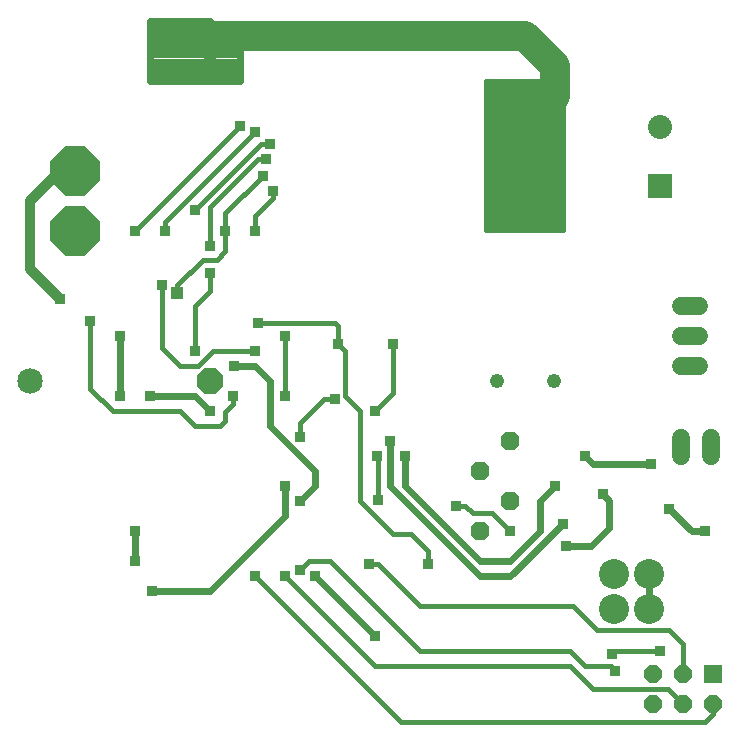
<source format=gbl>
G75*
G70*
%OFA0B0*%
%FSLAX24Y24*%
%IPPOS*%
%LPD*%
%AMOC8*
5,1,8,0,0,1.08239X$1,22.5*
%
%ADD10C,0.0480*%
%ADD11OC8,0.0630*%
%ADD12C,0.1000*%
%ADD13C,0.0600*%
%ADD14R,0.0600X0.0600*%
%ADD15OC8,0.0600*%
%ADD16C,0.0850*%
%ADD17OC8,0.0850*%
%ADD18OC8,0.1640*%
%ADD19R,0.0800X0.0800*%
%ADD20C,0.0800*%
%ADD21R,0.0360X0.0360*%
%ADD22C,0.0240*%
%ADD23C,0.0160*%
%ADD24C,0.0320*%
%ADD25R,0.0396X0.0396*%
%ADD26C,0.0360*%
%ADD27C,0.0120*%
%ADD28C,0.1000*%
%ADD29C,0.0660*%
D10*
X019947Y012282D03*
X021847Y012282D03*
D11*
X020397Y010282D03*
X019397Y009282D03*
X020397Y008282D03*
X019397Y007282D03*
D12*
X023847Y005876D03*
X025028Y005876D03*
X025028Y004695D03*
X023847Y004695D03*
D13*
X026097Y009782D02*
X026097Y010382D01*
X027097Y010382D02*
X027097Y009782D01*
X026697Y012782D02*
X026097Y012782D01*
X026097Y013782D02*
X026697Y013782D01*
X026697Y014782D02*
X026097Y014782D01*
D14*
X027147Y002532D03*
D15*
X026147Y002532D03*
X026147Y001532D03*
X027147Y001532D03*
X025147Y001532D03*
X025147Y002532D03*
D16*
X004397Y012282D03*
D17*
X010397Y012282D03*
D18*
X005897Y017282D03*
X005897Y019282D03*
D19*
X025397Y018782D03*
D20*
X025397Y020751D03*
D21*
X007897Y006282D03*
X007897Y007282D03*
X008447Y005282D03*
X011897Y005782D03*
X012897Y005782D03*
X013397Y005982D03*
X013897Y005782D03*
X015697Y006182D03*
X017647Y006182D03*
X018597Y008132D03*
X020397Y007282D03*
X022147Y007532D03*
X022247Y006782D03*
X023497Y008532D03*
X022897Y009782D03*
X021897Y008782D03*
X025097Y009532D03*
X025697Y008032D03*
X026897Y007282D03*
X025397Y003282D03*
X023797Y003182D03*
X023897Y002624D03*
X015997Y008332D03*
X015947Y009782D03*
X016397Y010282D03*
X016897Y009782D03*
X015897Y011282D03*
X014547Y011682D03*
X013397Y010432D03*
X012897Y011782D03*
X011147Y011782D03*
X010397Y011282D03*
X011197Y012782D03*
X011897Y013282D03*
X012897Y013782D03*
X011997Y014232D03*
X010397Y015882D03*
X010397Y016782D03*
X010897Y017282D03*
X011897Y017282D03*
X012497Y018632D03*
X012147Y019132D03*
X012247Y019682D03*
X012397Y020182D03*
X011897Y020582D03*
X011397Y020782D03*
X009897Y017982D03*
X008897Y017282D03*
X007897Y017282D03*
X008797Y015482D03*
X007397Y013782D03*
X006397Y014282D03*
X005397Y015032D03*
X007397Y011782D03*
X008397Y011782D03*
X009897Y013282D03*
X014647Y013532D03*
X016497Y013532D03*
X012897Y008782D03*
X013397Y008282D03*
X015897Y003782D03*
D22*
X013897Y005782D01*
X012897Y007782D02*
X010397Y005282D01*
X008447Y005282D01*
X007897Y006282D02*
X007897Y007282D01*
X010397Y011282D02*
X009897Y011782D01*
X008397Y011782D01*
X007397Y011782D02*
X007397Y013782D01*
X011197Y012782D02*
X011897Y012782D01*
X012397Y012282D01*
X012397Y010782D01*
X013897Y009282D01*
X013897Y008782D01*
X013397Y008282D01*
X012897Y007782D02*
X012897Y008782D01*
X016397Y008782D02*
X016397Y010282D01*
X016897Y009782D02*
X016897Y008782D01*
X019397Y006282D01*
X020397Y006282D01*
X021397Y007282D01*
X021397Y008282D01*
X021897Y008782D01*
X022897Y009782D02*
X023147Y009532D01*
X025097Y009532D01*
X023697Y008282D02*
X023497Y008532D01*
X023697Y008282D02*
X023697Y007382D01*
X023097Y006782D01*
X022247Y006782D01*
X022147Y007532D02*
X020397Y005782D01*
X019397Y005782D01*
X016397Y008782D01*
X025028Y005876D02*
X025028Y004695D01*
X026447Y007282D02*
X025697Y008032D01*
X026447Y007282D02*
X026897Y007282D01*
X011397Y022282D02*
X011397Y023282D01*
X010397Y024282D01*
X008397Y024282D01*
X008397Y022282D01*
X011397Y022282D01*
X011397Y022467D02*
X008397Y022467D01*
X008397Y022705D02*
X011397Y022705D01*
X011397Y022944D02*
X008397Y022944D01*
X008397Y023182D02*
X011397Y023182D01*
X011258Y023421D02*
X008397Y023421D01*
X008397Y023659D02*
X011019Y023659D01*
X010781Y023898D02*
X008397Y023898D01*
X008397Y024137D02*
X010542Y024137D01*
D23*
X011397Y020782D02*
X007897Y017282D01*
X008897Y017282D02*
X008897Y017582D01*
X011897Y020582D01*
X012097Y020182D02*
X009897Y017982D01*
X010397Y018082D02*
X011997Y019682D01*
X012247Y019682D01*
X012097Y020182D02*
X012397Y020182D01*
X012147Y019132D02*
X010897Y017882D01*
X010897Y017282D01*
X010897Y016617D01*
X010612Y016332D01*
X010147Y016332D01*
X009297Y015482D01*
X009297Y015232D01*
X008797Y015482D02*
X008797Y013382D01*
X009397Y012782D01*
X009997Y012782D01*
X010497Y013282D01*
X011897Y013282D01*
X012897Y013782D02*
X012897Y011782D01*
X013397Y010885D02*
X013397Y010432D01*
X013397Y010885D02*
X014194Y011682D01*
X014547Y011682D01*
X014897Y011782D02*
X014897Y013282D01*
X014647Y013532D01*
X014647Y014132D01*
X014547Y014232D01*
X011997Y014232D01*
X010397Y015282D02*
X010397Y015882D01*
X010397Y015282D02*
X009897Y014782D01*
X009897Y013282D01*
X011147Y011782D02*
X011147Y011532D01*
X011164Y011514D01*
X010897Y011247D01*
X010897Y010962D01*
X010716Y010782D01*
X009897Y010782D01*
X009397Y011282D01*
X007160Y011282D01*
X006397Y012045D01*
X006397Y014282D01*
X010397Y016782D02*
X010397Y018082D01*
X011897Y017782D02*
X011897Y017282D01*
X011897Y017782D02*
X012497Y018382D01*
X012497Y018632D01*
X016497Y013532D02*
X016497Y011882D01*
X015897Y011282D01*
X015397Y011282D02*
X014897Y011782D01*
X015397Y011282D02*
X015397Y008282D01*
X016497Y007182D01*
X017097Y007182D01*
X017647Y006632D01*
X017647Y006182D01*
X017397Y004782D02*
X015997Y006182D01*
X015697Y006182D01*
X014397Y006282D02*
X013697Y006282D01*
X013397Y005982D01*
X012897Y005782D02*
X015897Y002782D01*
X022397Y002782D01*
X023147Y002032D01*
X025647Y002032D01*
X026147Y001532D01*
X026897Y000932D02*
X016747Y000932D01*
X011897Y005782D01*
X014397Y006282D02*
X017397Y003282D01*
X022397Y003282D01*
X022897Y002782D01*
X023738Y002782D01*
X023897Y002624D01*
X023797Y003182D02*
X023897Y003282D01*
X025397Y003282D01*
X025697Y003982D02*
X023297Y003982D01*
X022497Y004782D01*
X017397Y004782D01*
X020397Y007282D02*
X019797Y007882D01*
X019147Y007882D01*
X018897Y008132D01*
X018597Y008132D01*
X015997Y008332D02*
X015997Y009732D01*
X015947Y009782D01*
X025697Y003982D02*
X026147Y003532D01*
X026147Y002532D01*
X027147Y001532D02*
X027147Y001182D01*
X026897Y000932D01*
D24*
X005397Y015032D02*
X004397Y016032D01*
X004397Y018282D01*
X005397Y019282D01*
X005897Y019282D01*
D25*
X009297Y015232D03*
D26*
X009097Y022532D03*
X009897Y023282D03*
X010397Y023282D03*
X010397Y022782D03*
X010897Y022782D03*
X010397Y023782D03*
X009897Y023782D03*
X009397Y023782D03*
X008897Y023782D03*
X009147Y024232D03*
X009647Y024232D03*
X019747Y022032D03*
X019747Y021532D03*
X019747Y021032D03*
X021297Y021032D03*
X021297Y021532D03*
X021297Y022032D03*
X021847Y022032D03*
X021847Y021532D03*
X021847Y021032D03*
X021847Y018532D03*
X021847Y018032D03*
X021847Y017532D03*
X021297Y017532D03*
X021297Y018032D03*
X021297Y018532D03*
X019747Y018532D03*
X019747Y018032D03*
X019747Y017532D03*
D27*
X019597Y017590D02*
X022197Y017590D01*
X022197Y017708D02*
X019597Y017708D01*
X019597Y017827D02*
X022197Y017827D01*
X022197Y017945D02*
X019597Y017945D01*
X019597Y018064D02*
X022197Y018064D01*
X022197Y018182D02*
X019597Y018182D01*
X019597Y018301D02*
X022197Y018301D01*
X022197Y018419D02*
X019597Y018419D01*
X019597Y018538D02*
X022197Y018538D01*
X022197Y018656D02*
X019597Y018656D01*
X019597Y018775D02*
X022197Y018775D01*
X022197Y018894D02*
X019597Y018894D01*
X019597Y019012D02*
X022197Y019012D01*
X022197Y019131D02*
X019597Y019131D01*
X019597Y019249D02*
X022197Y019249D01*
X022197Y019368D02*
X019597Y019368D01*
X019597Y019486D02*
X022197Y019486D01*
X022197Y019605D02*
X019597Y019605D01*
X019597Y019723D02*
X022197Y019723D01*
X022197Y019842D02*
X019597Y019842D01*
X019597Y019960D02*
X022197Y019960D01*
X022197Y020079D02*
X019597Y020079D01*
X019597Y020197D02*
X022197Y020197D01*
X022197Y020316D02*
X019597Y020316D01*
X019597Y020435D02*
X022197Y020435D01*
X022197Y020553D02*
X019597Y020553D01*
X019597Y020672D02*
X022197Y020672D01*
X022197Y020790D02*
X019597Y020790D01*
X019597Y020909D02*
X022197Y020909D01*
X022197Y021027D02*
X019597Y021027D01*
X019597Y021146D02*
X022197Y021146D01*
X022197Y021264D02*
X019597Y021264D01*
X019597Y021383D02*
X022197Y021383D01*
X022197Y021501D02*
X019597Y021501D01*
X019597Y021620D02*
X022197Y021620D01*
X022197Y021739D02*
X019597Y021739D01*
X019597Y021857D02*
X022197Y021857D01*
X022197Y021976D02*
X019597Y021976D01*
X019597Y022094D02*
X022197Y022094D01*
X022197Y022213D02*
X019597Y022213D01*
X019597Y022282D02*
X022197Y022282D01*
X022197Y017282D01*
X019597Y017282D01*
X019597Y022282D01*
X019597Y017471D02*
X022197Y017471D01*
X022197Y017352D02*
X019597Y017352D01*
D28*
X021897Y021782D02*
X021897Y022782D01*
X020897Y023782D01*
X010397Y023782D01*
D29*
X010397Y023282D01*
M02*

</source>
